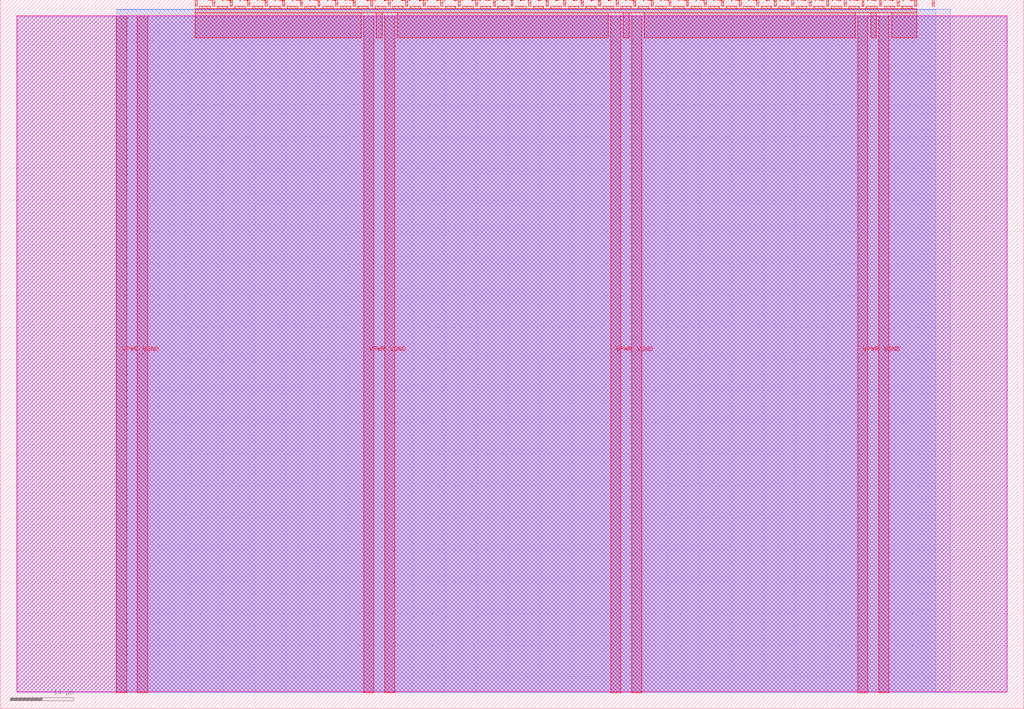
<source format=lef>
VERSION 5.7 ;
  NOWIREEXTENSIONATPIN ON ;
  DIVIDERCHAR "/" ;
  BUSBITCHARS "[]" ;
MACRO tt_um_wokwi_442980274206980097
  CLASS BLOCK ;
  FOREIGN tt_um_wokwi_442980274206980097 ;
  ORIGIN 0.000 0.000 ;
  SIZE 161.000 BY 111.520 ;
  PIN VGND
    DIRECTION INOUT ;
    USE GROUND ;
    PORT
      LAYER met4 ;
        RECT 21.580 2.480 23.180 109.040 ;
    END
    PORT
      LAYER met4 ;
        RECT 60.450 2.480 62.050 109.040 ;
    END
    PORT
      LAYER met4 ;
        RECT 99.320 2.480 100.920 109.040 ;
    END
    PORT
      LAYER met4 ;
        RECT 138.190 2.480 139.790 109.040 ;
    END
  END VGND
  PIN VPWR
    DIRECTION INOUT ;
    USE POWER ;
    PORT
      LAYER met4 ;
        RECT 18.280 2.480 19.880 109.040 ;
    END
    PORT
      LAYER met4 ;
        RECT 57.150 2.480 58.750 109.040 ;
    END
    PORT
      LAYER met4 ;
        RECT 96.020 2.480 97.620 109.040 ;
    END
    PORT
      LAYER met4 ;
        RECT 134.890 2.480 136.490 109.040 ;
    END
  END VPWR
  PIN clk
    DIRECTION INPUT ;
    USE SIGNAL ;
    ANTENNAGATEAREA 0.159000 ;
    PORT
      LAYER met4 ;
        RECT 143.830 110.520 144.130 111.520 ;
    END
  END clk
  PIN ena
    DIRECTION INPUT ;
    USE SIGNAL ;
    PORT
      LAYER met4 ;
        RECT 146.590 110.520 146.890 111.520 ;
    END
  END ena
  PIN rst_n
    DIRECTION INPUT ;
    USE SIGNAL ;
    PORT
      LAYER met4 ;
        RECT 141.070 110.520 141.370 111.520 ;
    END
  END rst_n
  PIN ui_in[0]
    DIRECTION INPUT ;
    USE SIGNAL ;
    PORT
      LAYER met4 ;
        RECT 138.310 110.520 138.610 111.520 ;
    END
  END ui_in[0]
  PIN ui_in[1]
    DIRECTION INPUT ;
    USE SIGNAL ;
    PORT
      LAYER met4 ;
        RECT 135.550 110.520 135.850 111.520 ;
    END
  END ui_in[1]
  PIN ui_in[2]
    DIRECTION INPUT ;
    USE SIGNAL ;
    PORT
      LAYER met4 ;
        RECT 132.790 110.520 133.090 111.520 ;
    END
  END ui_in[2]
  PIN ui_in[3]
    DIRECTION INPUT ;
    USE SIGNAL ;
    PORT
      LAYER met4 ;
        RECT 130.030 110.520 130.330 111.520 ;
    END
  END ui_in[3]
  PIN ui_in[4]
    DIRECTION INPUT ;
    USE SIGNAL ;
    PORT
      LAYER met4 ;
        RECT 127.270 110.520 127.570 111.520 ;
    END
  END ui_in[4]
  PIN ui_in[5]
    DIRECTION INPUT ;
    USE SIGNAL ;
    PORT
      LAYER met4 ;
        RECT 124.510 110.520 124.810 111.520 ;
    END
  END ui_in[5]
  PIN ui_in[6]
    DIRECTION INPUT ;
    USE SIGNAL ;
    PORT
      LAYER met4 ;
        RECT 121.750 110.520 122.050 111.520 ;
    END
  END ui_in[6]
  PIN ui_in[7]
    DIRECTION INPUT ;
    USE SIGNAL ;
    PORT
      LAYER met4 ;
        RECT 118.990 110.520 119.290 111.520 ;
    END
  END ui_in[7]
  PIN uio_in[0]
    DIRECTION INPUT ;
    USE SIGNAL ;
    PORT
      LAYER met4 ;
        RECT 116.230 110.520 116.530 111.520 ;
    END
  END uio_in[0]
  PIN uio_in[1]
    DIRECTION INPUT ;
    USE SIGNAL ;
    PORT
      LAYER met4 ;
        RECT 113.470 110.520 113.770 111.520 ;
    END
  END uio_in[1]
  PIN uio_in[2]
    DIRECTION INPUT ;
    USE SIGNAL ;
    PORT
      LAYER met4 ;
        RECT 110.710 110.520 111.010 111.520 ;
    END
  END uio_in[2]
  PIN uio_in[3]
    DIRECTION INPUT ;
    USE SIGNAL ;
    PORT
      LAYER met4 ;
        RECT 107.950 110.520 108.250 111.520 ;
    END
  END uio_in[3]
  PIN uio_in[4]
    DIRECTION INPUT ;
    USE SIGNAL ;
    PORT
      LAYER met4 ;
        RECT 105.190 110.520 105.490 111.520 ;
    END
  END uio_in[4]
  PIN uio_in[5]
    DIRECTION INPUT ;
    USE SIGNAL ;
    PORT
      LAYER met4 ;
        RECT 102.430 110.520 102.730 111.520 ;
    END
  END uio_in[5]
  PIN uio_in[6]
    DIRECTION INPUT ;
    USE SIGNAL ;
    PORT
      LAYER met4 ;
        RECT 99.670 110.520 99.970 111.520 ;
    END
  END uio_in[6]
  PIN uio_in[7]
    DIRECTION INPUT ;
    USE SIGNAL ;
    PORT
      LAYER met4 ;
        RECT 96.910 110.520 97.210 111.520 ;
    END
  END uio_in[7]
  PIN uio_oe[0]
    DIRECTION OUTPUT ;
    USE SIGNAL ;
    PORT
      LAYER met4 ;
        RECT 49.990 110.520 50.290 111.520 ;
    END
  END uio_oe[0]
  PIN uio_oe[1]
    DIRECTION OUTPUT ;
    USE SIGNAL ;
    PORT
      LAYER met4 ;
        RECT 47.230 110.520 47.530 111.520 ;
    END
  END uio_oe[1]
  PIN uio_oe[2]
    DIRECTION OUTPUT ;
    USE SIGNAL ;
    PORT
      LAYER met4 ;
        RECT 44.470 110.520 44.770 111.520 ;
    END
  END uio_oe[2]
  PIN uio_oe[3]
    DIRECTION OUTPUT ;
    USE SIGNAL ;
    PORT
      LAYER met4 ;
        RECT 41.710 110.520 42.010 111.520 ;
    END
  END uio_oe[3]
  PIN uio_oe[4]
    DIRECTION OUTPUT ;
    USE SIGNAL ;
    PORT
      LAYER met4 ;
        RECT 38.950 110.520 39.250 111.520 ;
    END
  END uio_oe[4]
  PIN uio_oe[5]
    DIRECTION OUTPUT ;
    USE SIGNAL ;
    PORT
      LAYER met4 ;
        RECT 36.190 110.520 36.490 111.520 ;
    END
  END uio_oe[5]
  PIN uio_oe[6]
    DIRECTION OUTPUT ;
    USE SIGNAL ;
    PORT
      LAYER met4 ;
        RECT 33.430 110.520 33.730 111.520 ;
    END
  END uio_oe[6]
  PIN uio_oe[7]
    DIRECTION OUTPUT ;
    USE SIGNAL ;
    PORT
      LAYER met4 ;
        RECT 30.670 110.520 30.970 111.520 ;
    END
  END uio_oe[7]
  PIN uio_out[0]
    DIRECTION OUTPUT ;
    USE SIGNAL ;
    PORT
      LAYER met4 ;
        RECT 72.070 110.520 72.370 111.520 ;
    END
  END uio_out[0]
  PIN uio_out[1]
    DIRECTION OUTPUT ;
    USE SIGNAL ;
    PORT
      LAYER met4 ;
        RECT 69.310 110.520 69.610 111.520 ;
    END
  END uio_out[1]
  PIN uio_out[2]
    DIRECTION OUTPUT ;
    USE SIGNAL ;
    PORT
      LAYER met4 ;
        RECT 66.550 110.520 66.850 111.520 ;
    END
  END uio_out[2]
  PIN uio_out[3]
    DIRECTION OUTPUT ;
    USE SIGNAL ;
    PORT
      LAYER met4 ;
        RECT 63.790 110.520 64.090 111.520 ;
    END
  END uio_out[3]
  PIN uio_out[4]
    DIRECTION OUTPUT ;
    USE SIGNAL ;
    PORT
      LAYER met4 ;
        RECT 61.030 110.520 61.330 111.520 ;
    END
  END uio_out[4]
  PIN uio_out[5]
    DIRECTION OUTPUT ;
    USE SIGNAL ;
    PORT
      LAYER met4 ;
        RECT 58.270 110.520 58.570 111.520 ;
    END
  END uio_out[5]
  PIN uio_out[6]
    DIRECTION OUTPUT ;
    USE SIGNAL ;
    PORT
      LAYER met4 ;
        RECT 55.510 110.520 55.810 111.520 ;
    END
  END uio_out[6]
  PIN uio_out[7]
    DIRECTION OUTPUT ;
    USE SIGNAL ;
    PORT
      LAYER met4 ;
        RECT 52.750 110.520 53.050 111.520 ;
    END
  END uio_out[7]
  PIN uo_out[0]
    DIRECTION OUTPUT ;
    USE SIGNAL ;
    ANTENNADIFFAREA 0.445500 ;
    PORT
      LAYER met4 ;
        RECT 94.150 110.520 94.450 111.520 ;
    END
  END uo_out[0]
  PIN uo_out[1]
    DIRECTION OUTPUT ;
    USE SIGNAL ;
    ANTENNADIFFAREA 0.445500 ;
    PORT
      LAYER met4 ;
        RECT 91.390 110.520 91.690 111.520 ;
    END
  END uo_out[1]
  PIN uo_out[2]
    DIRECTION OUTPUT ;
    USE SIGNAL ;
    ANTENNADIFFAREA 0.445500 ;
    PORT
      LAYER met4 ;
        RECT 88.630 110.520 88.930 111.520 ;
    END
  END uo_out[2]
  PIN uo_out[3]
    DIRECTION OUTPUT ;
    USE SIGNAL ;
    ANTENNADIFFAREA 0.445500 ;
    PORT
      LAYER met4 ;
        RECT 85.870 110.520 86.170 111.520 ;
    END
  END uo_out[3]
  PIN uo_out[4]
    DIRECTION OUTPUT ;
    USE SIGNAL ;
    ANTENNADIFFAREA 0.445500 ;
    PORT
      LAYER met4 ;
        RECT 83.110 110.520 83.410 111.520 ;
    END
  END uo_out[4]
  PIN uo_out[5]
    DIRECTION OUTPUT ;
    USE SIGNAL ;
    ANTENNADIFFAREA 0.445500 ;
    PORT
      LAYER met4 ;
        RECT 80.350 110.520 80.650 111.520 ;
    END
  END uo_out[5]
  PIN uo_out[6]
    DIRECTION OUTPUT ;
    USE SIGNAL ;
    ANTENNADIFFAREA 0.445500 ;
    PORT
      LAYER met4 ;
        RECT 77.590 110.520 77.890 111.520 ;
    END
  END uo_out[6]
  PIN uo_out[7]
    DIRECTION OUTPUT ;
    USE SIGNAL ;
    ANTENNADIFFAREA 0.445500 ;
    PORT
      LAYER met4 ;
        RECT 74.830 110.520 75.130 111.520 ;
    END
  END uo_out[7]
  OBS
      LAYER nwell ;
        RECT 2.570 2.635 158.430 108.990 ;
      LAYER li1 ;
        RECT 2.760 2.635 158.240 108.885 ;
      LAYER met1 ;
        RECT 2.760 2.480 158.240 109.040 ;
      LAYER met2 ;
        RECT 18.310 2.535 149.400 110.005 ;
      LAYER met3 ;
        RECT 18.290 2.555 147.135 109.985 ;
      LAYER met4 ;
        RECT 31.370 110.120 33.030 110.520 ;
        RECT 34.130 110.120 35.790 110.520 ;
        RECT 36.890 110.120 38.550 110.520 ;
        RECT 39.650 110.120 41.310 110.520 ;
        RECT 42.410 110.120 44.070 110.520 ;
        RECT 45.170 110.120 46.830 110.520 ;
        RECT 47.930 110.120 49.590 110.520 ;
        RECT 50.690 110.120 52.350 110.520 ;
        RECT 53.450 110.120 55.110 110.520 ;
        RECT 56.210 110.120 57.870 110.520 ;
        RECT 58.970 110.120 60.630 110.520 ;
        RECT 61.730 110.120 63.390 110.520 ;
        RECT 64.490 110.120 66.150 110.520 ;
        RECT 67.250 110.120 68.910 110.520 ;
        RECT 70.010 110.120 71.670 110.520 ;
        RECT 72.770 110.120 74.430 110.520 ;
        RECT 75.530 110.120 77.190 110.520 ;
        RECT 78.290 110.120 79.950 110.520 ;
        RECT 81.050 110.120 82.710 110.520 ;
        RECT 83.810 110.120 85.470 110.520 ;
        RECT 86.570 110.120 88.230 110.520 ;
        RECT 89.330 110.120 90.990 110.520 ;
        RECT 92.090 110.120 93.750 110.520 ;
        RECT 94.850 110.120 96.510 110.520 ;
        RECT 97.610 110.120 99.270 110.520 ;
        RECT 100.370 110.120 102.030 110.520 ;
        RECT 103.130 110.120 104.790 110.520 ;
        RECT 105.890 110.120 107.550 110.520 ;
        RECT 108.650 110.120 110.310 110.520 ;
        RECT 111.410 110.120 113.070 110.520 ;
        RECT 114.170 110.120 115.830 110.520 ;
        RECT 116.930 110.120 118.590 110.520 ;
        RECT 119.690 110.120 121.350 110.520 ;
        RECT 122.450 110.120 124.110 110.520 ;
        RECT 125.210 110.120 126.870 110.520 ;
        RECT 127.970 110.120 129.630 110.520 ;
        RECT 130.730 110.120 132.390 110.520 ;
        RECT 133.490 110.120 135.150 110.520 ;
        RECT 136.250 110.120 137.910 110.520 ;
        RECT 139.010 110.120 140.670 110.520 ;
        RECT 141.770 110.120 143.430 110.520 ;
        RECT 30.655 109.440 144.145 110.120 ;
        RECT 30.655 105.575 56.750 109.440 ;
        RECT 59.150 105.575 60.050 109.440 ;
        RECT 62.450 105.575 95.620 109.440 ;
        RECT 98.020 105.575 98.920 109.440 ;
        RECT 101.320 105.575 134.490 109.440 ;
        RECT 136.890 105.575 137.790 109.440 ;
        RECT 140.190 105.575 144.145 109.440 ;
  END
END tt_um_wokwi_442980274206980097
END LIBRARY


</source>
